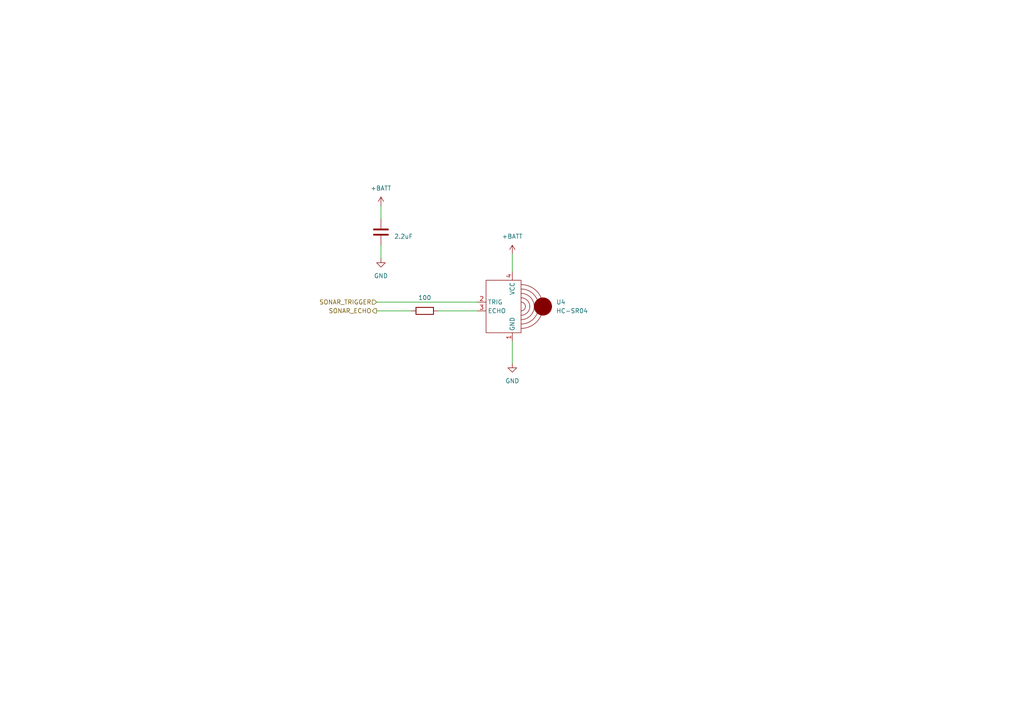
<source format=kicad_sch>
(kicad_sch (version 20230121) (generator eeschema)
  (paper "A4")
  (lib_symbols
    (symbol "minimouse:C" (pin_numbers hide) (pin_names (offset 0.254))
      (property "Reference" "C" (at 0.635 2.54 0))
      (property "Value" "C" (at 0.635 -2.54 0))
      (symbol "C_0_1"
        (polyline (pts (xy -2.032 -0.762) (xy 2.032 -0.762)) (stroke (width 0.508)))
        (polyline (pts (xy -2.032 0.762) (xy 2.032 0.762)) (stroke (width 0.508)))
      )
      (symbol "C_1_1"
        (pin passive line (at 0 3.81 270) (length 2.794) (name "~") (number "1"))
        (pin passive line (at 0 -3.81 90) (length 2.794) (name "~") (number "2"))
      )
    )
    (symbol "minimouse:HC-SR04"
      (property "Reference" "U" (at 0 0 0))
      (property "Value" "HC-SR04" (at 0 0 0))
      (symbol "HC-SR04_0_1"
        (rectangle (start -7.62 7.62) (end 2.54 -7.62))
        (arc (start 2.54 -6.35) (mid 7.0301 -4.4901) (end 8.89 0))
        (arc (start 2.54 -5.08) (mid 6.1321 -3.5921) (end 7.62 0))
        (arc (start 2.54 -3.81) (mid 5.2341 -2.6941) (end 6.35 0))
        (arc (start 2.54 -2.54) (mid 4.3361 -1.7961) (end 5.08 0))
        (arc (start 2.54 -1.27) (mid 3.438 -0.898) (end 3.81 0))
        (arc (start 3.81 0) (mid 3.438 0.898) (end 2.54 1.27))
        (arc (start 5.08 0) (mid 4.3361 1.7961) (end 2.54 2.54))
        (arc (start 6.35 0) (mid 5.2341 2.6941) (end 2.54 3.81))
        (arc (start 7.62 0) (mid 6.1321 3.5921) (end 2.54 5.08))
        (arc (start 8.89 0) (mid 7.0301 4.4901) (end 2.54 6.35))
      )
      (symbol "HC-SR04_1_1"
        (circle (center 8.89 0) (radius 2.54) (fill (type outline)))
        (pin power_in line (at 0 -10.16 90) (length 2.54) (name "GND") (number "1"))
        (pin input line (at -10.16 1.27 0) (length 2.54) (name "TRIG") (number "2"))
        (pin output line (at -10.16 -1.27 0) (length 2.54) (name "ECHO") (number "3"))
        (pin power_in line (at 0 10.16 270) (length 2.54) (name "VCC") (number "4"))
      )
    )
    (symbol "minimouse:R" (pin_numbers hide) (pin_names (offset 0))
      (property "Reference" "R" (at 2.032 0 90))
      (property "Value" "R" (at 0 0 90))
      (symbol "R_0_1"
        (rectangle (start -1.016 -2.54) (end 1.016 2.54) (stroke (width 0.254)))
      )
      (symbol "R_1_1"
        (pin passive line (at 0 3.81 270) (length 1.27) (name "~") (number "1"))
        (pin passive line (at 0 -3.81 90) (length 1.27) (name "~") (number "2"))
      )
    )
    (symbol "power:+BATT" (power) (pin_names (offset 0))
      (property "Value" "+BATT" (at 0 3.556 0))
      (symbol "+BATT_0_1"
        (polyline (pts (xy -0.762 1.27) (xy 0 2.54)))
        (polyline (pts (xy 0 0) (xy 0 2.54)))
        (polyline (pts (xy 0 2.54) (xy 0.762 1.27)))
      )
      (symbol "+BATT_1_1"
        (pin power_in line (at 0 0 90) (length 0) hide (name "+BATT") (number "1"))
      )
    )
    (symbol "power:GND" (power) (pin_names (offset 0))
      (property "Value" "GND" (at 0 -3.81 0))
      (symbol "GND_0_1"
        (polyline (pts (xy 0 0) (xy 0 -1.27) (xy 1.27 -1.27) (xy 0 -2.54) (xy -1.27 -1.27) (xy 0 -1.27)))
      )
      (symbol "GND_1_1"
        (pin power_in line (at 0 0 270) (length 0) hide (name "GND") (number "1"))
      )
    )
  )
  (wire (pts (xy 148.59 73.66) (xy 148.59 78.74)))
  (wire (pts (xy 110.49 59.69) (xy 110.49 63.5)))
  (wire (pts (xy 109.22 90.17) (xy 119.38 90.17)))
  (wire (pts (xy 127 90.17) (xy 138.43 90.17)))
  (wire (pts (xy 110.49 71.12) (xy 110.49 74.93)))
  (wire (pts (xy 148.59 99.06) (xy 148.59 105.41)))
  (wire (pts (xy 109.22 87.63) (xy 138.43 87.63)))
  (hierarchical_label "SONAR_TRIGGER" (shape input) (at 109.22 87.63 180))
  (hierarchical_label "SONAR_ECHO" (shape output) (at 109.22 90.17 180))
  (symbol (lib_id "power:+BATT") (at 148.59 73.66 0) (unit 1)
    (property "Reference" "#PWR034" (effects hide))
    (property "Value" "+BATT" (at 148.59 68.58 0))
  )
  (symbol (lib_id "minimouse:C") (at 110.49 67.31 0) (unit 1)
    (property "Reference" "C16" (effects hide))
    (property "Value" "2.2uF" (at 114.3 68.58 0) (effects (justify left)))
    (property "Footprint" "Capacitor_SMD:C_0603_1608Metric" (effects hide))
  )
  (symbol (lib_id "power:+BATT") (at 110.49 59.69 0) (unit 1)
    (property "Reference" "#PWR035" (effects hide))
    (property "Value" "+BATT" (at 110.49 54.61 0))
  )
  (symbol (lib_id "power:GND") (at 110.49 74.93 0) (unit 1)
    (property "Reference" "#PWR040" (effects hide))
    (property "Value" "GND" (at 110.49 80.01 0))
  )
  (symbol (lib_id "minimouse:R") (at 123.19 90.17 90) (unit 1)
    (property "Reference" "R19" (effects hide))
    (property "Value" "100" (at 123.19 86.36 90))
    (property "Footprint" "Resistor_SMD:R_0603_1608Metric" (effects hide))
  )
  (symbol (lib_id "power:GND") (at 148.59 105.41 0) (unit 1)
    (property "Reference" "#PWR041" (effects hide))
    (property "Value" "GND" (at 148.59 110.49 0))
  )
  (symbol (lib_id "minimouse:HC-SR04") (at 148.59 88.9 0) (unit 1)
    (property "Reference" "U4" (at 161.29 87.63 0) (effects (justify left)))
    (property "Value" "HC-SR04" (at 161.29 90.17 0) (effects (justify left)))
    (property "Footprint" "minimouse:HC-SR04" (effects hide))
  )
)
</source>
